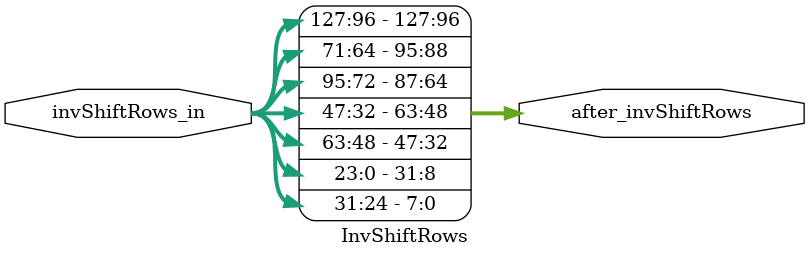
<source format=v>
module InvShiftRows(
  input wire [127:0] invShiftRows_in,  //  Đầu vào từ AddRoundKey
  output wire [127:0] after_invShiftRows // Đầu ra sau khi dịch ngược
);
  
  // Row 0: No shift
  assign after_invShiftRows[127:120] = invShiftRows_in[127:120];
  assign after_invShiftRows[119:112] = invShiftRows_in[119:112];
  assign after_invShiftRows[111:104] = invShiftRows_in[111:104];
  assign after_invShiftRows[103:96]  = invShiftRows_in[103:96];

  // Row 1: Right shift by 1 byte
  assign after_invShiftRows[95:88]   = invShiftRows_in[71:64];
  assign after_invShiftRows[87:80]   = invShiftRows_in[95:88];
  assign after_invShiftRows[79:72]   = invShiftRows_in[87:80];
  assign after_invShiftRows[71:64]   = invShiftRows_in[79:72];

  // Row 2: Right shift by 2 bytes
  assign after_invShiftRows[63:56]   = invShiftRows_in[47:40];
  assign after_invShiftRows[55:48]   = invShiftRows_in[39:32];
  assign after_invShiftRows[47:40]   = invShiftRows_in[63:56];
  assign after_invShiftRows[39:32]   = invShiftRows_in[55:48];

  // Row 3: Right shift by 3 bytes
  assign after_invShiftRows[31:24]   = invShiftRows_in[23:16];
  assign after_invShiftRows[23:16]   = invShiftRows_in[15:8];
  assign after_invShiftRows[15:8]    = invShiftRows_in[7:0];
  assign after_invShiftRows[7:0]     = invShiftRows_in[31:24];

endmodule

</source>
